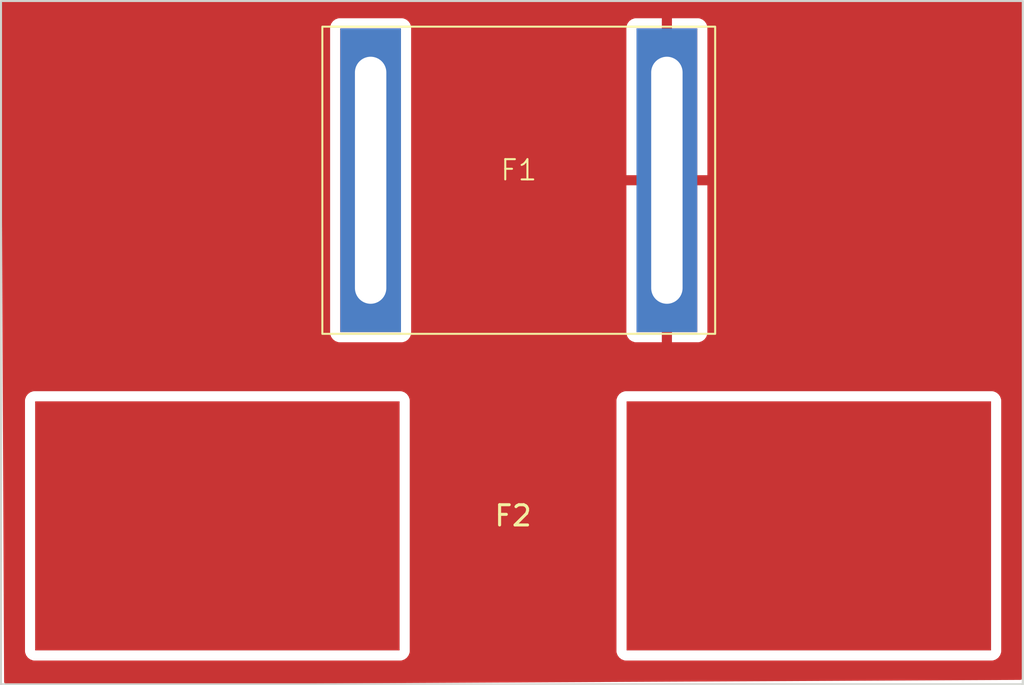
<source format=kicad_pcb>
(kicad_pcb (version 20221018) (generator pcbnew)
  (layers (0 "F.Cu" signal) (31 "B.Cu" signal) (34 "B.Paste" user) (35 "F.Paste" user) (36 "B.SilkS" user "B.Silkscreen") (37 "F.SilkS" user "F.Silkscreen") (38 "B.Mask" user) (39 "F.Mask" user) (44 "Edge.Cuts" user))
  (net 0 "")
  (net 2 "unconnected-(F1-Pad2)")
  (footprint "Mechatronic Footprints:0PAL1100XP_VERTICAL" (layer "F.Cu") (at 38.1 21.2344)
    (fp_text reference "F1" (at 0 -0.5 unlocked) (layer "F.SilkS") (effects (font (thickness 0.1))))
    (fp_text value "Fuse")
    (fp_rect (start -9.7 -7.585) (end 9.7 7.585) (stroke (width 0.1)) (fill none) (layer "F.SilkS"))
    (pad "1" thru_hole rect (at -7.315502 0) (size 3 15) (drill oval 1.55 12.2) (layers "*.Cu" "*.Mask"))
    (pad "2" thru_hole rect (at 7.315502 0) (size 3 15) (drill oval 1.55 12.2) (layers "*.Cu" "*.Mask") (net 2 "unconnected-(F1-Pad2)"))
  )
  (footprint "Mechatronic Footprints:0PAL4100XP_NO_HOLES" (layer "F.Cu") (at 37.8206 38.3032)
    (fp_text reference "F2" (at 0 -0.5 unlocked) (layer "F.SilkS"))
    (fp_text value "Fuse")
    (pad "1" smd rect (at -14.605 0) (size 18 12.3) (layers "F.Cu" "F.Paste" "F.Mask"))
    (pad "2" smd rect (at 14.605 0) (size 18 12.3) (layers "F.Cu" "F.Paste" "F.Mask"))
  )
  (gr_rect (start 12.530702 12.3824) (end 62.992 46.1264) (stroke (width 0.1)) (fill none) (layer "Edge.Cuts"))
  (zone (net 2) (net_name "unconnected-(F1-Pad2)") (layer "F.Cu") (connect_pads (clearance 0.5)) (min_thickness 0.25) (fill yes (thermal_gap 0.5) (thermal_bridge_width 0.5))
    (polygon (pts (xy 12.530702 12.3824) (xy 12.683102 46.1624) (xy 63.058302 45.9084) (xy 62.992 12.3952)))
  )
)
</source>
